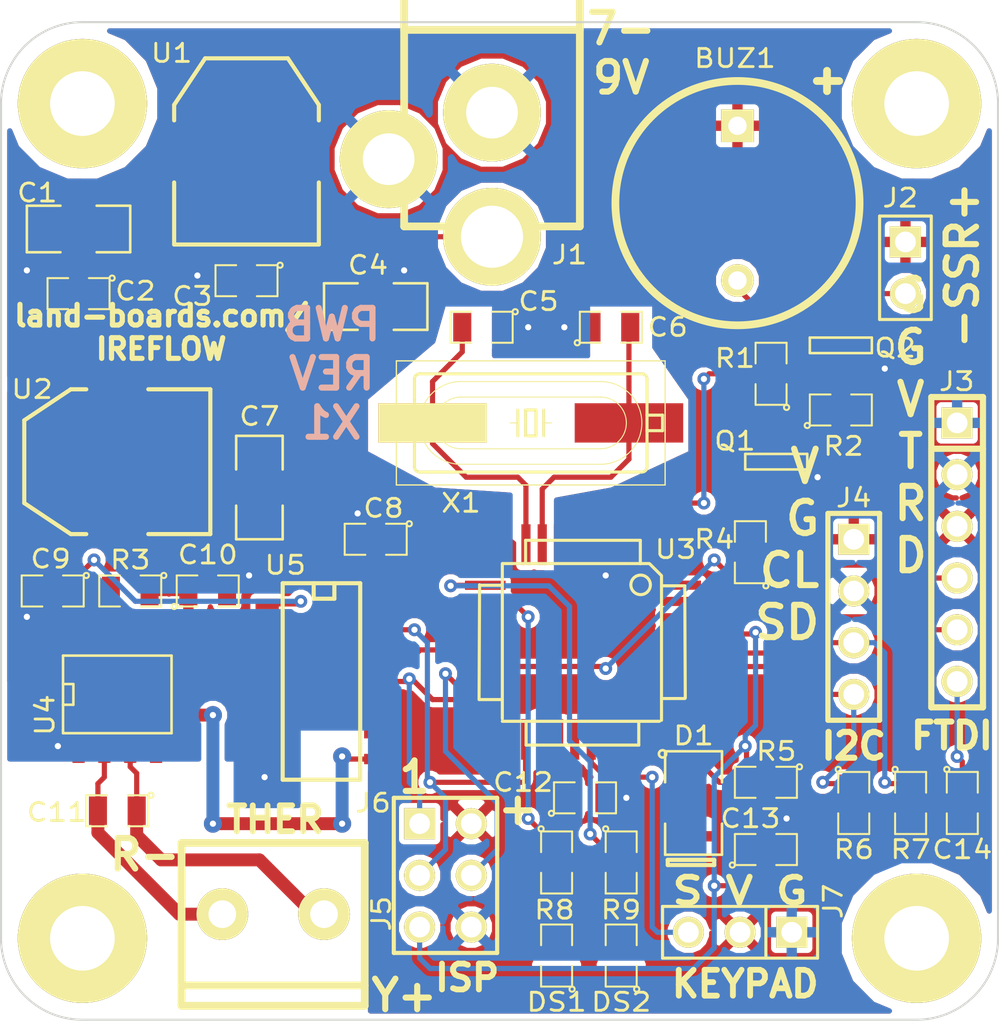
<source format=kicad_pcb>
(kicad_pcb (version 3) (host pcbnew "(2013-07-07 BZR 4022)-stable")
  (layers (15 F.Cu signal hide) (0 B.Cu signal hide) (20 B.SilkS user hide) (21 F.SilkS user) (22 B.Mask user) (23 F.Mask user) (28 Edge.Cuts user))
  (net 0 "")
  (net 1 +5V)
  (net 2 /CPU/BUZZ)
  (net 3 /CPU/CS)
  (net 4 /CPU/DS1)
  (net 5 /CPU/DS2)
  (net 6 /CPU/MISO)
  (net 7 /CPU/MOSI)
  (net 8 /CPU/RESET)
  (net 9 /CPU/RXD)
  (net 10 /CPU/SCK)
  (net 11 /CPU/SCL)
  (net 12 /CPU/SDA)
  (net 13 /CPU/SSR)
  (net 14 /CPU/SW5WAY)
  (net 15 /CPU/TXD)
  (net 16 /CPU/XTAL1)
  (net 17 /CPU/XTAL2)
  (net 18 "/Power Supply/+3.3V")
  (net 19 "/Thermocoupler Amplifier/THERMO+")
  (net 20 "/Thermocoupler Amplifier/THERMO-")
  (net 21 "/Thermocoupler Amplifier/V33COND")
  (net 22 GND)
  (net 23 N-0000016)
  (net 24 N-0000019)
  (net 25 N-0000021)
  (net 26 N-0000022)
  (net 27 N-0000030)
  (net 28 N-0000031)
  (net 29 N-0000033)
  (net 30 N-0000034)
  (net 31 N-0000042)
  (net 32 N-0000044)
  (net 33 N-0000045)
  (net 34 N-0000051)
  (module TQFP32 (layer F.Cu) (at 143.575 110.48 270)
    (fp_text reference U3 (at -4.584 -4.576 360) (layer F.SilkS) (effects (font (size 0.889 1.016) (thickness 0.1397))))
    (fp_text value ATMEGA328-AU hide)
    (pad 8 smd rect (at -4.81584 2.77622 270) (size 1.99898 0.44958) (layers F.Cu F.Mask) (net 17 /CPU/XTAL2))
    (pad 7 smd rect (at -4.81584 1.97612 270) (size 1.99898 0.44958) (layers F.Cu F.Mask) (net 16 /CPU/XTAL1))
    (pad 6 smd rect (at -4.81584 1.17602 270) (size 1.99898 0.44958) (layers F.Cu F.Mask) (net 1 +5V))
    (pad 5 smd rect (at -4.81584 0.37592 270) (size 1.99898 0.44958) (layers F.Cu F.Mask) (net 22 GND))
    (pad 4 smd rect (at -4.81584 -0.42418 270) (size 1.99898 0.44958) (layers F.Cu F.Mask) (net 1 +5V))
    (pad 3 smd rect (at -4.81584 -1.22428 270) (size 1.99898 0.44958) (layers F.Cu F.Mask) (net 22 GND))
    (pad 2 smd rect (at -4.81584 -2.02438 270) (size 1.99898 0.44958) (layers F.Cu F.Mask) (net 13 /CPU/SSR))
    (pad 1 smd rect (at -4.81584 -2.82448 270) (size 1.99898 0.44958) (layers F.Cu F.Mask))
    (pad 24 smd rect (at 4.7498 -2.8194 270) (size 1.99898 0.44958) (layers F.Cu F.Mask))
    (pad 17 smd rect (at 4.7498 2.794 270) (size 1.99898 0.44958) (layers F.Cu F.Mask) (net 10 /CPU/SCK))
    (pad 18 smd rect (at 4.7498 1.9812 270) (size 1.99898 0.44958) (layers F.Cu F.Mask) (net 1 +5V))
    (pad 19 smd rect (at 4.7498 1.1684 270) (size 1.99898 0.44958) (layers F.Cu F.Mask))
    (pad 20 smd rect (at 4.7498 0.381 270) (size 1.99898 0.44958) (layers F.Cu F.Mask))
    (pad 21 smd rect (at 4.7498 -0.4318 270) (size 1.99898 0.44958) (layers F.Cu F.Mask) (net 22 GND))
    (pad 22 smd rect (at 4.7498 -1.2192 270) (size 1.99898 0.44958) (layers F.Cu F.Mask))
    (pad 23 smd rect (at 4.7498 -2.032 270) (size 1.99898 0.44958) (layers F.Cu F.Mask) (net 14 /CPU/SW5WAY))
    (pad 32 smd rect (at -2.82448 -4.826 270) (size 0.44958 1.99898) (layers F.Cu F.Mask))
    (pad 31 smd rect (at -2.02692 -4.826 270) (size 0.44958 1.99898) (layers F.Cu F.Mask) (net 15 /CPU/TXD))
    (pad 30 smd rect (at -1.22428 -4.826 270) (size 0.44958 1.99898) (layers F.Cu F.Mask) (net 9 /CPU/RXD))
    (pad 29 smd rect (at -0.42672 -4.826 270) (size 0.44958 1.99898) (layers F.Cu F.Mask) (net 8 /CPU/RESET))
    (pad 28 smd rect (at 0.37592 -4.826 270) (size 0.44958 1.99898) (layers F.Cu F.Mask) (net 11 /CPU/SCL))
    (pad 27 smd rect (at 1.17348 -4.826 270) (size 0.44958 1.99898) (layers F.Cu F.Mask) (net 12 /CPU/SDA))
    (pad 26 smd rect (at 1.97612 -4.826 270) (size 0.44958 1.99898) (layers F.Cu F.Mask))
    (pad 25 smd rect (at 2.77368 -4.826 270) (size 0.44958 1.99898) (layers F.Cu F.Mask))
    (pad 9 smd rect (at -2.8194 4.7752 270) (size 0.44958 1.99898) (layers F.Cu F.Mask) (net 5 /CPU/DS2))
    (pad 10 smd rect (at -2.032 4.7752 270) (size 0.44958 1.99898) (layers F.Cu F.Mask) (net 4 /CPU/DS1))
    (pad 11 smd rect (at -1.2192 4.7752 270) (size 0.44958 1.99898) (layers F.Cu F.Mask))
    (pad 12 smd rect (at -0.4318 4.7752 270) (size 0.44958 1.99898) (layers F.Cu F.Mask))
    (pad 13 smd rect (at 0.3556 4.7752 270) (size 0.44958 1.99898) (layers F.Cu F.Mask) (net 3 /CPU/CS))
    (pad 14 smd rect (at 1.1684 4.7752 270) (size 0.44958 1.99898) (layers F.Cu F.Mask) (net 2 /CPU/BUZZ))
    (pad 15 smd rect (at 1.9812 4.7752 270) (size 0.44958 1.99898) (layers F.Cu F.Mask) (net 7 /CPU/MOSI))
    (pad 16 smd rect (at 2.794 4.7752 270) (size 0.44958 1.99898) (layers F.Cu F.Mask) (net 6 /CPU/MISO))
  )
  (module SOT23EBC (layer F.Cu) (at 153.1 101.59 180)
    (fp_text reference Q1 (at 2.032 1.016 180) (layer F.SilkS) (effects (font (size 0.889 1.016) (thickness 0.1397))))
    (fp_text value 2N3904 hide)
    (pad 1 smd rect (at -0.889 -1.016 180) (size 0.9144 0.9144) (layers F.Cu F.Mask) (net 22 GND))
    (pad 2 smd rect (at 0.889 -1.016 180) (size 0.9144 0.9144) (layers F.Cu F.Mask) (net 27 N-0000030))
    (pad 3 smd rect (at 0 1.016 180) (size 0.9144 0.9144) (layers F.Cu F.Mask) (net 23 N-0000016))
  )
  (module SOT223 (layer F.Cu) (at 120.715 101.59 90)
    (fp_text reference U2 (at 3.556 -4.191 180) (layer F.SilkS) (effects (font (size 0.889 1.016) (thickness 0.1397))))
    (fp_text value AP1117 hide)
    (pad 4 smd rect (at 0 -3.302 90) (size 3.6576 2.032) (layers F.Cu F.Mask) (net 18 "/Power Supply/+3.3V"))
    (pad 2 smd rect (at 0 3.302 90) (size 1.016 2.032) (layers F.Cu F.Mask) (net 18 "/Power Supply/+3.3V"))
    (pad 3 smd rect (at 2.286 3.302 90) (size 1.016 2.032) (layers F.Cu F.Mask) (net 1 +5V))
    (pad 1 smd rect (at -2.286 3.302 90) (size 1.016 2.032) (layers F.Cu F.Mask) (net 22 GND))
  )
  (module SOT223 (layer F.Cu) (at 127.065 86.35)
    (fp_text reference U1 (at -3.683 -4.826) (layer F.SilkS) (effects (font (size 0.889 1.016) (thickness 0.1397))))
    (fp_text value AP1117-5.0 hide)
    (pad 4 smd rect (at 0 -3.302) (size 3.6576 2.032) (layers F.Cu F.Mask) (net 1 +5V))
    (pad 2 smd rect (at 0 3.302) (size 1.016 2.032) (layers F.Cu F.Mask) (net 1 +5V))
    (pad 3 smd rect (at 2.286 3.302) (size 1.016 2.032) (layers F.Cu F.Mask) (net 34 N-0000051))
    (pad 1 smd rect (at -2.286 3.302) (size 1.016 2.032) (layers F.Cu F.Mask) (net 22 GND))
  )
  (module SM0805 (layer F.Cu) (at 143.702 118.1)
    (fp_text reference C12 (at -3.048 -0.762) (layer F.SilkS) (effects (font (size 0.889 1.016) (thickness 0.1397))))
    (fp_text value 0.1uF hide)
    (pad 1 smd rect (at -0.9525 0) (size 0.889 1.397) (layers F.Cu F.Mask) (net 1 +5V))
    (pad 2 smd rect (at 0.9525 0) (size 0.889 1.397) (layers F.Cu F.Mask) (net 22 GND))
  )
  (module SM0805 (layer F.Cu) (at 138.622 94.986 180)
    (fp_text reference C5 (at -2.794 1.27 180) (layer F.SilkS) (effects (font (size 0.889 1.016) (thickness 0.1397))))
    (fp_text value 18pF hide)
    (pad 1 smd rect (at -0.9525 0 180) (size 0.889 1.397) (layers F.Cu F.Mask) (net 22 GND))
    (pad 2 smd rect (at 0.9525 0 180) (size 0.889 1.397) (layers F.Cu F.Mask) (net 17 /CPU/XTAL2))
  )
  (module SM0805 (layer F.Cu) (at 152.846 97.272 90)
    (fp_text reference R1 (at 0.762 -1.778 180) (layer F.SilkS) (effects (font (size 0.889 1.016) (thickness 0.1397))))
    (fp_text value 100 hide)
    (pad 1 smd rect (at -0.9525 0 90) (size 0.889 1.397) (layers F.Cu F.Mask) (net 23 N-0000016))
    (pad 2 smd rect (at 0.9525 0 90) (size 0.889 1.397) (layers F.Cu F.Mask) (net 28 N-0000031))
  )
  (module SM0805 (layer F.Cu) (at 144.972 94.986)
    (fp_text reference C6 (at 2.794 0) (layer F.SilkS) (effects (font (size 0.889 1.016) (thickness 0.1397))))
    (fp_text value 18pF hide)
    (pad 1 smd rect (at -0.9525 0) (size 0.889 1.397) (layers F.Cu F.Mask) (net 22 GND))
    (pad 2 smd rect (at 0.9525 0) (size 0.889 1.397) (layers F.Cu F.Mask) (net 16 /CPU/XTAL1))
  )
  (module SM0805 (layer F.Cu) (at 127.065 92.7 180)
    (fp_text reference C3 (at 2.667 -0.762 180) (layer F.SilkS) (effects (font (size 0.889 1.016) (thickness 0.1397))))
    (fp_text value 0.1uF hide)
    (pad 1 smd rect (at -0.9525 0 180) (size 0.889 1.397) (layers F.Cu F.Mask) (net 34 N-0000051))
    (pad 2 smd rect (at 0.9525 0 180) (size 0.889 1.397) (layers F.Cu F.Mask) (net 22 GND))
  )
  (module SM0805 (layer F.Cu) (at 118.81 93.335 180)
    (fp_text reference C2 (at -2.794 0.127 180) (layer F.SilkS) (effects (font (size 0.889 1.016) (thickness 0.1397))))
    (fp_text value 0.1uF hide)
    (pad 1 smd rect (at -0.9525 0 180) (size 0.889 1.397) (layers F.Cu F.Mask) (net 1 +5V))
    (pad 2 smd rect (at 0.9525 0 180) (size 0.889 1.397) (layers F.Cu F.Mask) (net 22 GND))
  )
  (module SM0805 (layer F.Cu) (at 125.16 107.94)
    (fp_text reference C10 (at 0 -1.778) (layer F.SilkS) (effects (font (size 0.889 1.016) (thickness 0.1397))))
    (fp_text value 0.1uF hide)
    (pad 1 smd rect (at -0.9525 0) (size 0.889 1.397) (layers F.Cu F.Mask) (net 18 "/Power Supply/+3.3V"))
    (pad 2 smd rect (at 0.9525 0) (size 0.889 1.397) (layers F.Cu F.Mask) (net 22 GND))
  )
  (module SM0805 (layer F.Cu) (at 145.48 121.275 270)
    (fp_text reference R9 (at 2.334 0.012 360) (layer F.SilkS) (effects (font (size 0.889 1.016) (thickness 0.1397))))
    (fp_text value 330 hide)
    (pad 1 smd rect (at -0.9525 0 270) (size 0.889 1.397) (layers F.Cu F.Mask) (net 5 /CPU/DS2))
    (pad 2 smd rect (at 0.9525 0 270) (size 0.889 1.397) (layers F.Cu F.Mask) (net 30 N-0000034))
  )
  (module SM0805 (layer F.Cu) (at 152.592 117.338 180)
    (fp_text reference R5 (at -0.508 1.524 180) (layer F.SilkS) (effects (font (size 0.889 1.016) (thickness 0.1397))))
    (fp_text value 10K hide)
    (pad 1 smd rect (at -0.9525 0 180) (size 0.889 1.397) (layers F.Cu F.Mask) (net 1 +5V))
    (pad 2 smd rect (at 0.9525 0 180) (size 0.889 1.397) (layers F.Cu F.Mask) (net 8 /CPU/RESET))
  )
  (module SM0805 (layer F.Cu) (at 133.415 105.4 180)
    (fp_text reference C8 (at -0.381 1.524 180) (layer F.SilkS) (effects (font (size 0.889 1.016) (thickness 0.1397))))
    (fp_text value 0.1uF hide)
    (pad 1 smd rect (at -0.9525 0 180) (size 0.889 1.397) (layers F.Cu F.Mask) (net 1 +5V))
    (pad 2 smd rect (at 0.9525 0 180) (size 0.889 1.397) (layers F.Cu F.Mask) (net 22 GND))
  )
  (module SM0805 (layer F.Cu) (at 152.592 120.64)
    (fp_text reference C13 (at -0.762 -1.524) (layer F.SilkS) (effects (font (size 0.889 1.016) (thickness 0.1397))))
    (fp_text value 0.1uF hide)
    (pad 1 smd rect (at -0.9525 0) (size 0.889 1.397) (layers F.Cu F.Mask) (net 1 +5V))
    (pad 2 smd rect (at 0.9525 0) (size 0.889 1.397) (layers F.Cu F.Mask) (net 22 GND))
  )
  (module SM0805 (layer F.Cu) (at 142.305 125.847 90)
    (fp_text reference DS1 (at -2.286 0 180) (layer F.SilkS) (effects (font (size 0.889 1.016) (thickness 0.1397))))
    (fp_text value LED hide)
    (pad 1 smd rect (at -0.9525 0 90) (size 0.889 1.397) (layers F.Cu F.Mask) (net 1 +5V))
    (pad 2 smd rect (at 0.9525 0 90) (size 0.889 1.397) (layers F.Cu F.Mask) (net 29 N-0000033))
  )
  (module SM0805 (layer F.Cu) (at 142.305 121.275 270)
    (fp_text reference R8 (at 2.334 0.108 360) (layer F.SilkS) (effects (font (size 0.889 1.016) (thickness 0.1397))))
    (fp_text value 330 hide)
    (pad 1 smd rect (at -0.9525 0 270) (size 0.889 1.397) (layers F.Cu F.Mask) (net 4 /CPU/DS1))
    (pad 2 smd rect (at 0.9525 0 270) (size 0.889 1.397) (layers F.Cu F.Mask) (net 29 N-0000033))
  )
  (module SM0805 (layer F.Cu) (at 151.83 106.035 90)
    (fp_text reference R4 (at 0.635 -1.778 180) (layer F.SilkS) (effects (font (size 0.889 1.016) (thickness 0.1397))))
    (fp_text value 10K hide)
    (pad 1 smd rect (at -0.9525 0 90) (size 0.889 1.397) (layers F.Cu F.Mask) (net 2 /CPU/BUZZ))
    (pad 2 smd rect (at 0.9525 0 90) (size 0.889 1.397) (layers F.Cu F.Mask) (net 27 N-0000030))
  )
  (module PIEZO_12MM (layer F.Cu) (at 151.195 88.89 270)
    (fp_text reference BUZ1 (at -7.112 0.127 360) (layer F.SilkS) (effects (font (size 0.889 1.016) (thickness 0.1397))))
    (fp_text value BUZZER hide)
    (pad 1 thru_hole rect (at -3.8 0 270) (size 1.6 1.6) (drill 0.9) (layers *.Cu *.Mask F.SilkS) (net 1 +5V))
    (pad 2 thru_hole circle (at 3.8 0 270) (size 1.6 1.6) (drill 0.9) (layers *.Cu *.Mask F.SilkS) (net 28 N-0000031))
  )
  (module MTG-4-40 (layer F.Cu) (at 119 84)
    (fp_text reference MTG4 hide)
    (fp_text value CONN_1 hide)
    (pad 1 thru_hole circle (at 0 0) (size 6.35 6.35) (drill 3.175) (layers *.Cu *.Mask F.SilkS) (clearance 0.508))
  )
  (module MTG-4-40 (layer F.Cu) (at 160 84)
    (fp_text reference MTG3 hide)
    (fp_text value CONN_1 hide)
    (pad 1 thru_hole circle (at 0 0) (size 6.35 6.35) (drill 3.175) (layers *.Cu *.Mask F.SilkS) (clearance 0.508))
  )
  (module MTG-4-40 (layer F.Cu) (at 119 125)
    (fp_text reference MTG2 hide)
    (fp_text value CONN_1 hide)
    (pad 1 thru_hole circle (at 0 0) (size 6.35 6.35) (drill 3.175) (layers *.Cu *.Mask F.SilkS) (clearance 0.508))
  )
  (module MTG-4-40 (layer F.Cu) (at 160 125)
    (fp_text reference MTG1 hide)
    (fp_text value CONN_1 hide)
    (pad 1 thru_hole circle (at 0 0) (size 6.35 6.35) (drill 3.175) (layers *.Cu *.Mask F.SilkS) (clearance 0.508))
  )
  (module crystal-HC49UP (layer F.Cu) (at 141.035 99.685)
    (fp_text reference X1 (at -3.429 3.937) (layer F.SilkS) (effects (font (size 0.889 1.016) (thickness 0.1397))))
    (fp_text value 16.0MHz hide)
    (pad 1 smd rect (at -4.826 0) (size 5.334 1.9304) (layers F.Cu F.SilkS F.Mask) (net 17 /CPU/XTAL2))
    (pad 2 smd rect (at 4.826 0) (size 5.334 1.9304) (layers F.Cu F.Mask) (net 16 /CPU/XTAL1))
  )
  (module SM0805 (layer F.Cu) (at 120.715 118.735 180)
    (fp_text reference C11 (at 2.9718 -0.0762 180) (layer F.SilkS) (effects (font (size 0.889 1.016) (thickness 0.1397))))
    (fp_text value 0.01uF hide)
    (pad 1 smd rect (at -0.9525 0 180) (size 0.889 1.397) (layers F.Cu F.Mask) (net 19 "/Thermocoupler Amplifier/THERMO+"))
    (pad 2 smd rect (at 0.9525 0 180) (size 0.889 1.397) (layers F.Cu F.Mask) (net 20 "/Thermocoupler Amplifier/THERMO-"))
  )
  (module SM0805 (layer F.Cu) (at 117.54 107.94 180)
    (fp_text reference C9 (at 0.1016 1.5748 180) (layer F.SilkS) (effects (font (size 0.889 1.016) (thickness 0.1397))))
    (fp_text value 0.1uF hide)
    (pad 1 smd rect (at -0.9525 0 180) (size 0.889 1.397) (layers F.Cu F.Mask) (net 21 "/Thermocoupler Amplifier/V33COND"))
    (pad 2 smd rect (at 0.9525 0 180) (size 0.889 1.397) (layers F.Cu F.Mask) (net 22 GND))
  )
  (module SM0805 (layer F.Cu) (at 121.35 107.94 180)
    (fp_text reference R3 (at 0 1.524 180) (layer F.SilkS) (effects (font (size 0.889 1.016) (thickness 0.1397))))
    (fp_text value 10 hide)
    (pad 1 smd rect (at -0.9525 0 180) (size 0.889 1.397) (layers F.Cu F.Mask) (net 18 "/Power Supply/+3.3V"))
    (pad 2 smd rect (at 0.9525 0 180) (size 0.889 1.397) (layers F.Cu F.Mask) (net 21 "/Thermocoupler Amplifier/V33COND"))
  )
  (module TB2-5MM (layer F.Cu) (at 130.875 123.815 180)
    (fp_text reference J5 (at -2.8194 0.0254 270) (layer F.SilkS) (effects (font (size 0.889 1.016) (thickness 0.1397))))
    (fp_text value CONN_2 hide)
    (pad 1 thru_hole circle (at 0 0 180) (size 2.54 2.54) (drill 1.3589) (layers *.Cu *.Mask F.SilkS) (net 19 "/Thermocoupler Amplifier/THERMO+"))
    (pad 2 thru_hole circle (at 5 0 180) (size 2.54 2.54) (drill 1.3589) (layers *.Cu *.Mask F.SilkS) (net 20 "/Thermocoupler Amplifier/THERMO-"))
  )
  (module PIN_ARRAY_3X1 (layer F.Cu) (at 151.322 124.704 180)
    (fp_text reference J7 (at -4.572 1.524 270) (layer F.SilkS) (effects (font (size 0.889 1.016) (thickness 0.1397))))
    (fp_text value GVS hide)
    (pad 1 thru_hole rect (at -2.54 0 180) (size 1.524 1.524) (drill 1.016) (layers *.Cu *.Mask F.SilkS) (net 22 GND))
    (pad 2 thru_hole circle (at 0 0 180) (size 1.524 1.524) (drill 1.016) (layers *.Cu *.Mask F.SilkS) (net 1 +5V))
    (pad 3 thru_hole circle (at 2.54 0 180) (size 1.524 1.524) (drill 1.016) (layers *.Cu *.Mask F.SilkS) (net 14 /CPU/SW5WAY))
  )
  (module JACK_2.1MM (layer F.Cu) (at 139.13 84.445 270)
    (fp_text reference J1 (at 6.985 -3.81 360) (layer F.SilkS) (effects (font (size 0.889 1.016) (thickness 0.1397))))
    (fp_text value DCJ0202 hide)
    (pad 2 thru_hole circle (at 0 0 270) (size 4.8006 4.8006) (drill 2.54) (layers *.Cu *.Mask F.SilkS) (net 22 GND))
    (pad 1 thru_hole circle (at 6.096 0 270) (size 4.8006 4.8006) (drill 3.048) (layers *.Cu *.Mask F.SilkS) (net 34 N-0000051))
    (pad 3 thru_hole circle (at 2.286 5.08 270) (size 4.8006 4.8006) (drill 2.54) (layers *.Cu *.Mask F.SilkS) (net 22 GND))
  )
  (module SM1206 (layer F.Cu) (at 133.415 93.97)
    (fp_text reference C4 (at -0.381 -2.032) (layer F.SilkS) (effects (font (size 0.889 1.016) (thickness 0.1397))))
    (fp_text value 10uF hide)
    (pad 1 smd rect (at -1.651 0) (size 1.524 2.032) (layers F.Cu F.Mask) (net 34 N-0000051))
    (pad 2 smd rect (at 1.651 0) (size 1.524 2.032) (layers F.Cu F.Mask) (net 22 GND))
  )
  (module SM1206 (layer F.Cu) (at 118.81 90.16 180)
    (fp_text reference C1 (at 2.032 1.778 180) (layer F.SilkS) (effects (font (size 0.889 1.016) (thickness 0.1397))))
    (fp_text value 10uF hide)
    (pad 1 smd rect (at -1.651 0 180) (size 1.524 2.032) (layers F.Cu F.Mask) (net 1 +5V))
    (pad 2 smd rect (at 1.651 0 180) (size 1.524 2.032) (layers F.Cu F.Mask) (net 22 GND))
  )
  (module SM1206 (layer F.Cu) (at 127.7 102.86 270)
    (fp_text reference C7 (at -3.5 0 360) (layer F.SilkS) (effects (font (size 0.889 1.016) (thickness 0.1397))))
    (fp_text value 10uF hide)
    (pad 1 smd rect (at -1.651 0 270) (size 1.524 2.032) (layers F.Cu F.Mask) (net 18 "/Power Supply/+3.3V"))
    (pad 2 smd rect (at 1.651 0 270) (size 1.524 2.032) (layers F.Cu F.Mask) (net 22 GND))
  )
  (module SO8E (layer F.Cu) (at 120.715 113.02)
    (fp_text reference U4 (at -3.556 1.016 90) (layer F.SilkS) (effects (font (size 0.889 1.016) (thickness 0.1397))))
    (fp_text value MAX31855 hide)
    (pad 8 smd rect (at -1.905 -2.667) (size 0.59944 1.39954) (layers F.Cu F.Mask))
    (pad 1 smd rect (at -1.905 2.667) (size 0.59944 1.39954) (layers F.Cu F.Mask) (net 22 GND))
    (pad 7 smd rect (at -0.635 -2.667) (size 0.59944 1.39954) (layers F.Cu F.Mask) (net 33 N-0000045))
    (pad 6 smd rect (at 0.635 -2.667) (size 0.59944 1.39954) (layers F.Cu F.Mask) (net 32 N-0000044))
    (pad 5 smd rect (at 1.905 -2.667) (size 0.59944 1.39954) (layers F.Cu F.Mask) (net 31 N-0000042))
    (pad 2 smd rect (at -0.635 2.667) (size 0.59944 1.39954) (layers F.Cu F.Mask) (net 20 "/Thermocoupler Amplifier/THERMO-"))
    (pad 3 smd rect (at 0.635 2.667) (size 0.59944 1.39954) (layers F.Cu F.Mask) (net 19 "/Thermocoupler Amplifier/THERMO+"))
    (pad 4 smd rect (at 1.905 2.667) (size 0.59944 1.39954) (layers F.Cu F.Mask) (net 21 "/Thermocoupler Amplifier/V33COND"))
  )
  (module SOT23EBC (layer F.Cu) (at 156.275 95.875 180)
    (fp_text reference Q2 (at -2.667 -0.127 180) (layer F.SilkS) (effects (font (size 0.889 1.016) (thickness 0.1397))))
    (fp_text value 2N3904 hide)
    (pad 1 smd rect (at -0.889 -1.016 180) (size 0.9144 0.9144) (layers F.Cu F.Mask) (net 22 GND))
    (pad 2 smd rect (at 0.889 -1.016 180) (size 0.9144 0.9144) (layers F.Cu F.Mask) (net 26 N-0000022))
    (pad 3 smd rect (at 0 1.016 180) (size 0.9144 0.9144) (layers F.Cu F.Mask) (net 25 N-0000021))
  )
  (module SM0805 (layer F.Cu) (at 156.275 99.05)
    (fp_text reference R2 (at 0.127 1.778) (layer F.SilkS) (effects (font (size 0.889 1.016) (thickness 0.1397))))
    (fp_text value 10K hide)
    (pad 1 smd rect (at -0.9525 0) (size 0.889 1.397) (layers F.Cu F.Mask) (net 13 /CPU/SSR))
    (pad 2 smd rect (at 0.9525 0) (size 0.889 1.397) (layers F.Cu F.Mask) (net 26 N-0000022))
  )
  (module PIN_ARRAY_2X1 (layer F.Cu) (at 159.45 92.065 270)
    (fp_text reference J2 (at -3.429 0.254 360) (layer F.SilkS) (effects (font (size 0.889 1.016) (thickness 0.1397))))
    (fp_text value CONN_2 hide)
    (pad 1 thru_hole rect (at -1.27 0 270) (size 1.524 1.524) (drill 1.016) (layers *.Cu *.Mask F.SilkS) (net 1 +5V))
    (pad 2 thru_hole circle (at 1.27 0 270) (size 1.524 1.524) (drill 1.016) (layers *.Cu *.Mask F.SilkS) (net 25 N-0000021))
  )
  (module PIN_ARRAY_3X2 (layer F.Cu) (at 136.844 121.91 270)
    (fp_text reference J6 (at -3.556 3.556 360) (layer F.SilkS) (effects (font (size 0.889 1.016) (thickness 0.1397))))
    (fp_text value ISP hide)
    (pad 1 thru_hole rect (at -2.54 1.27 270) (size 1.524 1.524) (drill 1.016) (layers *.Cu *.Mask F.SilkS) (net 6 /CPU/MISO))
    (pad 2 thru_hole circle (at -2.54 -1.27 270) (size 1.524 1.524) (drill 1.016) (layers *.Cu *.Mask F.SilkS) (net 1 +5V))
    (pad 3 thru_hole circle (at 0 1.27 270) (size 1.524 1.524) (drill 1.016) (layers *.Cu *.Mask F.SilkS) (net 10 /CPU/SCK))
    (pad 4 thru_hole circle (at 0 -1.27 270) (size 1.524 1.524) (drill 1.016) (layers *.Cu *.Mask F.SilkS) (net 7 /CPU/MOSI))
    (pad 5 thru_hole circle (at 2.54 1.27 270) (size 1.524 1.524) (drill 1.016) (layers *.Cu *.Mask F.SilkS) (net 8 /CPU/RESET))
    (pad 6 thru_hole circle (at 2.54 -1.27 270) (size 1.524 1.524) (drill 1.016) (layers *.Cu *.Mask F.SilkS) (net 22 GND))
  )
  (module PIN_ARRAY_4X1 (layer F.Cu) (at 156.91 109.21 270)
    (fp_text reference J4 (at -5.842 0 360) (layer F.SilkS) (effects (font (size 0.889 1.016) (thickness 0.1397))))
    (fp_text value I2C_OLED_128X64 hide)
    (pad 1 thru_hole rect (at -3.81 0 270) (size 1.524 1.524) (drill 1.016) (layers *.Cu *.Mask F.SilkS) (net 1 +5V))
    (pad 2 thru_hole circle (at -1.27 0 270) (size 1.524 1.524) (drill 1.016) (layers *.Cu *.Mask F.SilkS) (net 22 GND))
    (pad 3 thru_hole circle (at 1.27 0 270) (size 1.524 1.524) (drill 1.016) (layers *.Cu *.Mask F.SilkS) (net 11 /CPU/SCL))
    (pad 4 thru_hole circle (at 3.81 0 270) (size 1.524 1.524) (drill 1.016) (layers *.Cu *.Mask F.SilkS) (net 12 /CPU/SDA))
  )
  (module PIN_ARRAY_6X1 (layer F.Cu) (at 161.99 106.035 270)
    (fp_text reference J3 (at -8.386 0.018 360) (layer F.SilkS) (effects (font (size 0.889 1.016) (thickness 0.1397))))
    (fp_text value FTDI hide)
    (pad 1 thru_hole rect (at -6.35 0 270) (size 1.524 1.524) (drill 1.016) (layers *.Cu *.Mask F.SilkS) (net 22 GND))
    (pad 2 thru_hole circle (at -3.81 0 270) (size 1.524 1.524) (drill 1.016) (layers *.Cu *.Mask F.SilkS) (net 22 GND))
    (pad 3 thru_hole circle (at -1.27 0 270) (size 1.524 1.524) (drill 1.016) (layers *.Cu *.Mask F.SilkS) (net 1 +5V))
    (pad 4 thru_hole circle (at 1.27 0 270) (size 1.524 1.524) (drill 1.016) (layers *.Cu *.Mask F.SilkS) (net 15 /CPU/TXD))
    (pad 5 thru_hole circle (at 3.81 0 270) (size 1.524 1.524) (drill 1.016) (layers *.Cu *.Mask F.SilkS) (net 9 /CPU/RXD))
    (pad 6 thru_hole circle (at 6.35 0 270) (size 1.524 1.524) (drill 1.016) (layers *.Cu *.Mask F.SilkS) (net 24 N-0000019))
  )
  (module SO14E (layer F.Cu) (at 130.875 112.385 270)
    (fp_text reference U5 (at -5.715 1.905 360) (layer F.SilkS) (effects (font (size 0.889 1.016) (thickness 0.1397))))
    (fp_text value TXS0104 hide)
    (pad 1 smd rect (at -3.81 2.794 270) (size 0.508 1.143) (layers F.Cu F.Mask) (net 21 "/Thermocoupler Amplifier/V33COND"))
    (pad 2 smd rect (at -2.54 2.794 270) (size 0.508 1.143) (layers F.Cu F.Mask) (net 31 N-0000042))
    (pad 3 smd rect (at -1.27 2.794 270) (size 0.508 1.143) (layers F.Cu F.Mask) (net 32 N-0000044))
    (pad 4 smd rect (at 0 2.794 270) (size 0.508 1.143) (layers F.Cu F.Mask) (net 33 N-0000045))
    (pad 5 smd rect (at 1.27 2.794 270) (size 0.508 1.143) (layers F.Cu F.Mask))
    (pad 6 smd rect (at 2.54 2.794 270) (size 0.508 1.143) (layers F.Cu F.Mask))
    (pad 7 smd rect (at 3.81 2.794 270) (size 0.508 1.143) (layers F.Cu F.Mask) (net 22 GND))
    (pad 8 smd rect (at 3.81 -2.54 270) (size 0.508 1.143) (layers F.Cu F.Mask) (net 21 "/Thermocoupler Amplifier/V33COND"))
    (pad 9 smd rect (at 2.54 -2.54 270) (size 0.508 1.143) (layers F.Cu F.Mask))
    (pad 10 smd rect (at 1.27 -2.54 270) (size 0.508 1.143) (layers F.Cu F.Mask))
    (pad 11 smd rect (at 0 -2.54 270) (size 0.508 1.143) (layers F.Cu F.Mask) (net 6 /CPU/MISO))
    (pad 12 smd rect (at -1.27 -2.54 270) (size 0.508 1.143) (layers F.Cu F.Mask) (net 3 /CPU/CS))
    (pad 13 smd rect (at -2.54 -2.54 270) (size 0.508 1.143) (layers F.Cu F.Mask) (net 10 /CPU/SCK))
    (pad 14 smd rect (at -3.81 -2.54 270) (size 0.508 1.143) (layers F.Cu F.Mask) (net 1 +5V))
  )
  (module SM0805 (layer F.Cu) (at 159.704 118.354 270)
    (fp_text reference R7 (at 2.286 0 360) (layer F.SilkS) (effects (font (size 0.889 1.016) (thickness 0.1397))))
    (fp_text value 10K hide)
    (pad 1 smd rect (at -0.9525 0 270) (size 0.889 1.397) (layers F.Cu F.Mask) (net 11 /CPU/SCL))
    (pad 2 smd rect (at 0.9525 0 270) (size 0.889 1.397) (layers F.Cu F.Mask) (net 1 +5V))
  )
  (module SM0805 (layer F.Cu) (at 156.91 118.354 270)
    (fp_text reference R6 (at 2.286 0 360) (layer F.SilkS) (effects (font (size 0.889 1.016) (thickness 0.1397))))
    (fp_text value 10K hide)
    (pad 1 smd rect (at -0.9525 0 270) (size 0.889 1.397) (layers F.Cu F.Mask) (net 12 /CPU/SDA))
    (pad 2 smd rect (at 0.9525 0 270) (size 0.889 1.397) (layers F.Cu F.Mask) (net 1 +5V))
  )
  (module SOD-123 (layer F.Cu) (at 149.036 118.354 270)
    (fp_text reference D1 (at -3.302 0 360) (layer F.SilkS) (effects (font (size 0.889 1.016) (thickness 0.1397))))
    (fp_text value MBR0520LT1G hide)
    (pad 1 smd rect (at -1.63576 0 270) (size 0.90932 1.2192) (layers F.Cu F.Mask) (net 8 /CPU/RESET))
    (pad 2 smd rect (at 1.63576 0 270) (size 0.90932 1.2192) (layers F.Cu F.Mask) (net 1 +5V))
  )
  (module SM0805 (layer F.Cu) (at 162.244 118.354 270)
    (fp_text reference C14 (at 2.286 0 360) (layer F.SilkS) (effects (font (size 0.889 1.016) (thickness 0.1397))))
    (fp_text value 0.1uF hide)
    (pad 1 smd rect (at -0.9525 0 270) (size 0.889 1.397) (layers F.Cu F.Mask) (net 24 N-0000019))
    (pad 2 smd rect (at 0.9525 0 270) (size 0.889 1.397) (layers F.Cu F.Mask) (net 8 /CPU/RESET))
  )
  (module SM0805 (layer F.Cu) (at 145.48 125.847 90)
    (fp_text reference DS2 (at -2.286 0 180) (layer F.SilkS) (effects (font (size 0.889 1.016) (thickness 0.1397))))
    (fp_text value LED hide)
    (pad 1 smd rect (at -0.9525 0 90) (size 0.889 1.397) (layers F.Cu F.Mask) (net 1 +5V))
    (pad 2 smd rect (at 0.9525 0 90) (size 0.889 1.397) (layers F.Cu F.Mask) (net 30 N-0000034))
  )
  (gr_text THER (at 128.462 119.1668) (layer F.SilkS) (effects (font (size 1.27 1.27) (thickness 0.28575))))
  (gr_line (start 150.052 121.402) (end 150.052 121.148) (angle 90) (layer F.SilkS) (width 0.2))
  (gr_line (start 147.766 121.402) (end 150.052 121.402) (angle 90) (layer F.SilkS) (width 0.2))
  (gr_line (start 147.766 121.148) (end 147.766 121.402) (angle 90) (layer F.SilkS) (width 0.2))
  (gr_line (start 150.052 121.148) (end 147.766 121.148) (angle 90) (layer F.SilkS) (width 0.2))
  (gr_line (start 147.766 121.148) (end 150.052 121.148) (angle 90) (layer F.SilkS) (width 0.2))
  (gr_text + (at 140.4 118.608) (layer F.SilkS) (effects (font (size 1.5 1.5) (thickness 0.3))))
  (gr_text "S V G" (at 151.322 122.672) (layer F.SilkS) (effects (font (size 1.27 1.524) (thickness 0.28575))))
  (gr_text "V\nG\nCL\nSD" (at 155.386 105.654) (layer F.SilkS) (effects (font (size 1.5875 1.5875) (thickness 0.3)) (justify right)))
  (gr_text "PWB\nREV\nX1" (at 131.256 97.272) (layer B.SilkS) (effects (font (size 1.5 1.5) (thickness 0.3)) (justify mirror)))
  (gr_text 1 (at 135.32 117.084) (layer F.SilkS) (effects (font (size 1.5 1.5) (thickness 0.3))))
  (gr_text ISP (at 137.9108 126.9392) (layer F.SilkS) (effects (font (size 1.27 1.27) (thickness 0.28575))))
  (gr_text KEYPAD (at 151.576 127.244) (layer F.SilkS) (effects (font (size 1.27 1.27) (thickness 0.28575))))
  (gr_text -SSR+ (at 162.244 91.938 90) (layer F.SilkS) (effects (font (size 1.5 1.5) (thickness 0.3))))
  (gr_text "7-\n9V" (at 145.48 81.524) (layer F.SilkS) (effects (font (size 1.5 1.5) (thickness 0.3))))
  (gr_text "land-boards.com/\nIREFLOW" (at 122.874 95.24) (layer F.SilkS) (effects (font (size 1.016 1.016) (thickness 0.254))))
  (gr_text FTDI (at 161.736 115.052) (layer F.SilkS) (effects (font (size 1.27 1.27) (thickness 0.3))))
  (gr_text I2C (at 156.91 115.56) (layer F.SilkS) (effects (font (size 1.27 1.27) (thickness 0.3))))
  (gr_text R- (at 122.0612 120.894) (layer F.SilkS) (effects (font (size 1.5 1.5) (thickness 0.3))))
  (gr_text Y+ (at 134.812 127.8028) (layer F.SilkS) (effects (font (size 1.5 1.5) (thickness 0.3))))
  (gr_text "G\nG\nV\nT\nR\nD" (at 159.704 99.812) (layer F.SilkS) (effects (font (size 1.5875 1.5) (thickness 0.3))))
  (gr_line (start 164 125) (end 164 84) (angle 90) (layer Edge.Cuts) (width 0.1))
  (gr_line (start 160 129) (end 119 129) (angle 90) (layer Edge.Cuts) (width 0.1))
  (gr_line (start 115 125) (end 115 84) (angle 90) (layer Edge.Cuts) (width 0.1))
  (gr_arc (start 119 125) (end 119 129) (angle 90) (layer Edge.Cuts) (width 0.1))
  (gr_line (start 160 80) (end 119 80) (angle 90) (layer Edge.Cuts) (width 0.1))
  (gr_arc (start 160 125) (end 164 125) (angle 90) (layer Edge.Cuts) (width 0.1))
  (gr_arc (start 160 84) (end 160 80) (angle 90) (layer Edge.Cuts) (width 0.1))
  (gr_arc (start 119 84) (end 115 84) (angle 90) (layer Edge.Cuts) (width 0.1))
  (segment (start 144.718 111.75) (end 150.052 106.416) (width 0.254) (layer B.Cu) (net 2))
  (segment (start 138.7998 111.6484) (end 144.6164 111.6484) (width 0.254) (layer F.Cu) (net 2))
  (via (at 144.718 111.75) (size 0.635) (layers F.Cu B.Cu) (net 2))
  (segment (start 144.6164 111.6484) (end 144.718 111.75) (width 0.254) (layer F.Cu) (net 2))
  (segment (start 150.6235 106.9875) (end 150.052 106.416) (width 0.254) (layer F.Cu) (net 2))
  (via (at 150.052 106.416) (size 0.635) (layers F.Cu B.Cu) (net 2))
  (segment (start 151.83 106.9875) (end 150.6235 106.9875) (width 0.254) (layer F.Cu) (net 2))
  (segment (start 133.415 111.115) (end 135.32 111.115) (width 0.254) (layer F.Cu) (net 3))
  (segment (start 135.5994 110.8356) (end 138.7998 110.8356) (width 0.254) (layer F.Cu) (net 3))
  (segment (start 135.32 111.115) (end 135.5994 110.8356) (width 0.254) (layer F.Cu) (net 3))
  (segment (start 138.7998 108.448) (end 140.146 108.448) (width 0.254) (layer F.Cu) (net 4))
  (via (at 140.908 109.21) (size 0.635) (layers F.Cu B.Cu) (net 4))
  (segment (start 140.146 108.448) (end 140.908 109.21) (width 0.254) (layer F.Cu) (net 4))
  (segment (start 142.1145 120.3225) (end 142.305 120.3225) (width 0.254) (layer F.Cu) (net 4))
  (segment (start 140.908 119.116) (end 142.1145 120.3225) (width 0.254) (layer F.Cu) (net 4))
  (via (at 140.908 119.116) (size 0.635) (layers F.Cu B.Cu) (net 4))
  (segment (start 140.908 109.21) (end 140.908 119.116) (width 0.254) (layer B.Cu) (net 4))
  (segment (start 143.956 119.878) (end 143.956 116.322) (width 0.254) (layer B.Cu) (net 5))
  (segment (start 141.924 107.686) (end 137.098 107.686) (width 0.254) (layer B.Cu) (net 5))
  (segment (start 142.94 108.702) (end 141.924 107.686) (width 0.254) (layer B.Cu) (net 5))
  (segment (start 142.94 115.306) (end 142.94 108.702) (width 0.254) (layer B.Cu) (net 5))
  (segment (start 143.956 116.322) (end 142.94 115.306) (width 0.254) (layer B.Cu) (net 5))
  (segment (start 138.7998 107.6606) (end 137.1234 107.6606) (width 0.254) (layer F.Cu) (net 5))
  (via (at 137.098 107.686) (size 0.635) (layers F.Cu B.Cu) (net 5))
  (segment (start 137.1234 107.6606) (end 137.098 107.686) (width 0.254) (layer F.Cu) (net 5))
  (segment (start 145.48 120.3225) (end 144.4005 120.3225) (width 0.254) (layer F.Cu) (net 5))
  (via (at 143.956 119.878) (size 0.635) (layers F.Cu B.Cu) (net 5))
  (segment (start 144.4005 120.3225) (end 143.956 119.878) (width 0.254) (layer F.Cu) (net 5))
  (segment (start 135.574 119.37) (end 135.574 117.846) (width 0.254) (layer B.Cu) (net 6))
  (segment (start 135.066 117.338) (end 135.066 112.258) (width 0.254) (layer B.Cu) (net 6))
  (segment (start 135.574 117.846) (end 135.066 117.338) (width 0.254) (layer B.Cu) (net 6))
  (segment (start 135.066 112.258) (end 135.066 112.385) (width 0.254) (layer F.Cu) (net 6))
  (via (at 135.066 112.258) (size 0.635) (layers F.Cu B.Cu) (net 6))
  (segment (start 133.415 112.385) (end 135.066 112.385) (width 0.254) (layer F.Cu) (net 6))
  (segment (start 135.066 112.385) (end 135.32 112.385) (width 0.254) (layer F.Cu) (net 6))
  (segment (start 135.32 112.385) (end 136.209 113.274) (width 0.254) (layer F.Cu) (net 6))
  (segment (start 136.209 113.274) (end 138.7998 113.274) (width 0.254) (layer F.Cu) (net 6))
  (segment (start 136.844 112.004) (end 136.844 115.814) (width 0.254) (layer B.Cu) (net 7))
  (segment (start 139.384 120.64) (end 138.114 121.91) (width 0.254) (layer B.Cu) (net 7))
  (segment (start 139.384 118.354) (end 139.384 120.64) (width 0.254) (layer B.Cu) (net 7))
  (segment (start 136.844 115.814) (end 139.384 118.354) (width 0.254) (layer B.Cu) (net 7))
  (segment (start 138.7998 112.4612) (end 137.3012 112.4612) (width 0.254) (layer F.Cu) (net 7))
  (via (at 136.844 112.004) (size 0.635) (layers F.Cu B.Cu) (net 7))
  (segment (start 137.3012 112.4612) (end 136.844 112.004) (width 0.254) (layer F.Cu) (net 7))
  (segment (start 162.244 119.3065) (end 162.244 120.894) (width 0.254) (layer F.Cu) (net 8))
  (via (at 150.052 122.418) (size 0.635) (layers F.Cu B.Cu) (net 8))
  (segment (start 154.878 122.418) (end 150.052 122.418) (width 0.254) (layer F.Cu) (net 8))
  (segment (start 156.148 121.148) (end 154.878 122.418) (width 0.254) (layer F.Cu) (net 8))
  (segment (start 160.72 121.148) (end 156.148 121.148) (width 0.254) (layer F.Cu) (net 8))
  (segment (start 160.974 120.894) (end 160.72 121.148) (width 0.254) (layer F.Cu) (net 8))
  (segment (start 162.244 120.894) (end 160.974 120.894) (width 0.254) (layer F.Cu) (net 8))
  (segment (start 149.036 116.71824) (end 149.68624 116.71824) (width 0.254) (layer F.Cu) (net 8))
  (segment (start 150.306 117.338) (end 151.6395 117.338) (width 0.254) (layer F.Cu) (net 8))
  (segment (start 149.68624 116.71824) (end 150.306 117.338) (width 0.254) (layer F.Cu) (net 8))
  (segment (start 148.401 110.05328) (end 152.00272 110.05328) (width 0.254) (layer F.Cu) (net 8))
  (segment (start 151.6395 115.6235) (end 151.6395 117.338) (width 0.254) (layer F.Cu) (net 8))
  (via (at 152.084 109.972) (size 0.635) (layers F.Cu B.Cu) (net 8))
  (segment (start 152.00272 110.05328) (end 152.084 109.972) (width 0.254) (layer F.Cu) (net 8))
  (segment (start 151.576 115.56) (end 151.6395 115.6235) (width 0.254) (layer F.Cu) (net 8))
  (via (at 151.576 115.56) (size 0.635) (layers F.Cu B.Cu) (net 8))
  (segment (start 152.084 109.972) (end 152.084 114.544) (width 0.254) (layer B.Cu) (net 8))
  (segment (start 151.576 115.052) (end 151.576 115.56) (width 0.254) (layer B.Cu) (net 8))
  (segment (start 152.084 114.544) (end 151.576 115.052) (width 0.254) (layer B.Cu) (net 8))
  (segment (start 150.052 117.084) (end 151.576 115.56) (width 0.254) (layer B.Cu) (net 8))
  (segment (start 135.574 124.45) (end 135.574 125.974) (width 0.254) (layer B.Cu) (net 8))
  (segment (start 135.574 125.974) (end 136.082 126.482) (width 0.254) (layer B.Cu) (net 8))
  (segment (start 136.082 126.482) (end 149.036 126.482) (width 0.254) (layer B.Cu) (net 8))
  (segment (start 149.036 126.482) (end 150.052 125.466) (width 0.254) (layer B.Cu) (net 8))
  (segment (start 150.052 125.466) (end 150.052 122.418) (width 0.254) (layer B.Cu) (net 8))
  (segment (start 150.052 122.418) (end 150.052 117.084) (width 0.254) (layer B.Cu) (net 8))
  (segment (start 148.401 109.25572) (end 150.85972 109.25572) (width 0.254) (layer F.Cu) (net 9))
  (segment (start 160.339 109.845) (end 161.99 109.845) (width 0.254) (layer F.Cu) (net 9))
  (segment (start 159.704 109.21) (end 160.339 109.845) (width 0.254) (layer F.Cu) (net 9))
  (segment (start 155.894 109.21) (end 159.704 109.21) (width 0.254) (layer F.Cu) (net 9))
  (segment (start 155.64 108.956) (end 155.894 109.21) (width 0.254) (layer F.Cu) (net 9))
  (segment (start 151.15944 108.956) (end 155.64 108.956) (width 0.254) (layer F.Cu) (net 9))
  (segment (start 150.85972 109.25572) (end 151.15944 108.956) (width 0.254) (layer F.Cu) (net 9))
  (segment (start 135.574 121.91) (end 136.844 120.64) (width 0.254) (layer B.Cu) (net 10))
  (segment (start 136.844 118.1) (end 136.082 117.338) (width 0.254) (layer B.Cu) (net 10))
  (segment (start 136.844 120.64) (end 136.844 118.1) (width 0.254) (layer B.Cu) (net 10))
  (segment (start 135.955 110.48) (end 135.955 117.211) (width 0.254) (layer B.Cu) (net 10))
  (via (at 135.32 109.845) (size 0.635) (layers F.Cu B.Cu) (net 10))
  (segment (start 135.32 109.845) (end 135.955 110.48) (width 0.254) (layer B.Cu) (net 10))
  (segment (start 133.415 109.845) (end 135.32 109.845) (width 0.254) (layer F.Cu) (net 10))
  (segment (start 135.955 117.211) (end 136.082 117.338) (width 0.254) (layer B.Cu) (net 10))
  (via (at 136.082 117.338) (size 0.635) (layers F.Cu B.Cu) (net 10))
  (segment (start 136.082 117.338) (end 140.654 117.338) (width 0.254) (layer F.Cu) (net 10))
  (segment (start 140.781 117.211) (end 140.781 115.2298) (width 0.254) (layer F.Cu) (net 10))
  (segment (start 140.654 117.338) (end 140.781 117.211) (width 0.254) (layer F.Cu) (net 10))
  (segment (start 156.91 110.48) (end 157.926 110.48) (width 0.254) (layer B.Cu) (net 11))
  (segment (start 158.434 110.988) (end 158.434 117.338) (width 0.254) (layer B.Cu) (net 11))
  (segment (start 157.926 110.48) (end 158.434 110.988) (width 0.254) (layer B.Cu) (net 11))
  (segment (start 159.704 117.4015) (end 158.4975 117.4015) (width 0.254) (layer F.Cu) (net 11))
  (via (at 158.434 117.338) (size 0.635) (layers F.Cu B.Cu) (net 11))
  (segment (start 158.4975 117.4015) (end 158.434 117.338) (width 0.254) (layer F.Cu) (net 11))
  (segment (start 148.401 110.85592) (end 151.18992 110.85592) (width 0.254) (layer F.Cu) (net 11))
  (segment (start 155.132 110.48) (end 156.91 110.48) (width 0.254) (layer F.Cu) (net 11))
  (segment (start 154.624 110.988) (end 155.132 110.48) (width 0.254) (layer F.Cu) (net 11))
  (segment (start 151.322 110.988) (end 154.624 110.988) (width 0.254) (layer F.Cu) (net 11))
  (segment (start 151.18992 110.85592) (end 151.322 110.988) (width 0.254) (layer F.Cu) (net 11))
  (segment (start 156.91 113.02) (end 156.91 115.814) (width 0.254) (layer B.Cu) (net 12))
  (segment (start 155.4495 117.4015) (end 156.91 117.4015) (width 0.254) (layer F.Cu) (net 12))
  (segment (start 155.386 117.338) (end 155.4495 117.4015) (width 0.254) (layer F.Cu) (net 12))
  (via (at 155.386 117.338) (size 0.635) (layers F.Cu B.Cu) (net 12))
  (segment (start 156.91 115.814) (end 155.386 117.338) (width 0.254) (layer B.Cu) (net 12))
  (segment (start 148.401 111.65348) (end 153.25748 111.65348) (width 0.254) (layer F.Cu) (net 12))
  (segment (start 154.624 113.02) (end 156.91 113.02) (width 0.254) (layer F.Cu) (net 12))
  (segment (start 153.25748 111.65348) (end 154.624 113.02) (width 0.254) (layer F.Cu) (net 12))
  (segment (start 146.242 103.622) (end 149.544 103.622) (width 0.254) (layer F.Cu) (net 13))
  (segment (start 149.544 103.622) (end 149.544 97.526) (width 0.254) (layer B.Cu) (net 13))
  (via (at 149.544 103.622) (size 0.635) (layers F.Cu B.Cu) (net 13))
  (segment (start 145.59938 105.66416) (end 145.59938 104.26462) (width 0.254) (layer F.Cu) (net 13))
  (segment (start 154.37 99.05) (end 155.3225 99.05) (width 0.254) (layer F.Cu) (net 13))
  (via (at 149.544 97.526) (size 0.635) (layers F.Cu B.Cu) (net 13))
  (segment (start 149.544 97.526) (end 149.798 97.272) (width 0.254) (layer F.Cu) (net 13))
  (segment (start 149.798 97.272) (end 153.608 97.272) (width 0.254) (layer F.Cu) (net 13))
  (segment (start 153.608 97.272) (end 154.116 97.78) (width 0.254) (layer F.Cu) (net 13))
  (segment (start 154.116 97.78) (end 154.116 98.796) (width 0.254) (layer F.Cu) (net 13))
  (segment (start 154.116 98.796) (end 154.37 99.05) (width 0.254) (layer F.Cu) (net 13))
  (segment (start 145.59938 104.26462) (end 146.242 103.622) (width 0.254) (layer F.Cu) (net 13))
  (segment (start 148.782 124.704) (end 147.258 124.704) (width 0.254) (layer B.Cu) (net 14))
  (via (at 147.004 117.084) (size 0.635) (layers F.Cu B.Cu) (net 14))
  (segment (start 147.004 124.45) (end 147.004 117.084) (width 0.254) (layer B.Cu) (net 14))
  (segment (start 147.258 124.704) (end 147.004 124.45) (width 0.254) (layer B.Cu) (net 14))
  (segment (start 145.607 116.703) (end 145.607 115.2298) (width 0.254) (layer F.Cu) (net 14))
  (segment (start 145.988 117.084) (end 145.607 116.703) (width 0.254) (layer F.Cu) (net 14))
  (segment (start 147.004 117.084) (end 145.988 117.084) (width 0.254) (layer F.Cu) (net 14))
  (segment (start 148.401 108.45308) (end 150.80892 108.45308) (width 0.254) (layer F.Cu) (net 15))
  (segment (start 159.577 107.305) (end 161.99 107.305) (width 0.254) (layer F.Cu) (net 15))
  (segment (start 158.942 106.67) (end 159.577 107.305) (width 0.254) (layer F.Cu) (net 15))
  (segment (start 155.64 106.67) (end 158.942 106.67) (width 0.254) (layer F.Cu) (net 15))
  (segment (start 154.116 108.194) (end 155.64 106.67) (width 0.254) (layer F.Cu) (net 15))
  (segment (start 151.068 108.194) (end 154.116 108.194) (width 0.254) (layer F.Cu) (net 15))
  (segment (start 150.80892 108.45308) (end 151.068 108.194) (width 0.254) (layer F.Cu) (net 15))
  (segment (start 141.59888 105.66416) (end 141.59888 102.93112) (width 0.254) (layer F.Cu) (net 16))
  (segment (start 142.178 102.352) (end 144.972 102.352) (width 0.254) (layer F.Cu) (net 16))
  (segment (start 141.59888 102.93112) (end 142.178 102.352) (width 0.254) (layer F.Cu) (net 16))
  (segment (start 145.861 99.685) (end 145.861 95.0495) (width 0.254) (layer F.Cu) (net 16))
  (segment (start 145.861 95.0495) (end 145.9245 94.986) (width 0.254) (layer F.Cu) (net 16))
  (segment (start 145.861 101.463) (end 145.861 99.685) (width 0.254) (layer F.Cu) (net 16))
  (segment (start 144.972 102.352) (end 145.861 101.463) (width 0.254) (layer F.Cu) (net 16))
  (segment (start 140.79878 105.66416) (end 140.79878 102.75078) (width 0.254) (layer F.Cu) (net 17))
  (segment (start 140.4 102.352) (end 137.86 102.352) (width 0.254) (layer F.Cu) (net 17))
  (segment (start 140.79878 102.75078) (end 140.4 102.352) (width 0.254) (layer F.Cu) (net 17))
  (segment (start 136.209 99.685) (end 136.209 97.653) (width 0.254) (layer F.Cu) (net 17))
  (segment (start 137.6695 96.1925) (end 137.6695 94.986) (width 0.254) (layer F.Cu) (net 17))
  (segment (start 136.209 97.653) (end 137.6695 96.1925) (width 0.254) (layer F.Cu) (net 17))
  (segment (start 136.209 100.701) (end 136.209 99.685) (width 0.254) (layer F.Cu) (net 17))
  (segment (start 137.86 102.352) (end 136.209 100.701) (width 0.254) (layer F.Cu) (net 17))
  (segment (start 130.875 123.815) (end 130.367 123.815) (width 0.635) (layer F.Cu) (net 19))
  (segment (start 121.6675 119.9415) (end 121.6675 118.735) (width 0.635) (layer F.Cu) (net 19))
  (segment (start 122.874 121.148) (end 121.6675 119.9415) (width 0.635) (layer F.Cu) (net 19))
  (segment (start 127.7 121.148) (end 122.874 121.148) (width 0.635) (layer F.Cu) (net 19))
  (segment (start 130.367 123.815) (end 127.7 121.148) (width 0.635) (layer F.Cu) (net 19))
  (segment (start 121.35 115.687) (end 121.35 116.576) (width 0.254) (layer F.Cu) (net 19))
  (segment (start 121.35 116.576) (end 121.6675 116.8935) (width 0.254) (layer F.Cu) (net 19))
  (segment (start 121.6675 116.8935) (end 121.6675 118.735) (width 0.254) (layer F.Cu) (net 19))
  (segment (start 125.875 123.815) (end 123.763 123.815) (width 0.635) (layer F.Cu) (net 20))
  (segment (start 123.763 123.815) (end 119.7625 119.8145) (width 0.635) (layer F.Cu) (net 20))
  (segment (start 119.7625 119.8145) (end 119.7625 118.735) (width 0.635) (layer F.Cu) (net 20))
  (segment (start 120.08 115.687) (end 120.08 117.084) (width 0.254) (layer F.Cu) (net 20))
  (segment (start 119.7625 117.4015) (end 119.7625 118.735) (width 0.254) (layer F.Cu) (net 20))
  (segment (start 120.08 117.084) (end 119.7625 117.4015) (width 0.254) (layer F.Cu) (net 20))
  (segment (start 129.732 108.448) (end 121.604 108.448) (width 0.254) (layer B.Cu) (net 21))
  (segment (start 121.604 108.448) (end 119.572 106.416) (width 0.254) (layer B.Cu) (net 21))
  (segment (start 118.4925 107.94) (end 120.3975 107.94) (width 0.635) (layer F.Cu) (net 21))
  (segment (start 117.54 111.75) (end 117.54 109.718) (width 0.635) (layer F.Cu) (net 21))
  (segment (start 125.414 114.036) (end 119.826 114.036) (width 0.635) (layer F.Cu) (net 21))
  (segment (start 119.826 114.036) (end 117.54 111.75) (width 0.635) (layer F.Cu) (net 21))
  (segment (start 125.414 119.37) (end 131.764 119.37) (width 0.635) (layer F.Cu) (net 21))
  (segment (start 131.764 116.068) (end 131.764 119.37) (width 0.635) (layer B.Cu) (net 21))
  (segment (start 131.891 116.195) (end 131.764 116.068) (width 0.254) (layer F.Cu) (net 21))
  (via (at 131.764 116.068) (size 0.889) (layers F.Cu B.Cu) (net 21))
  (via (at 131.764 119.37) (size 0.889) (layers F.Cu B.Cu) (net 21))
  (segment (start 133.415 116.195) (end 131.891 116.195) (width 0.254) (layer F.Cu) (net 21))
  (segment (start 125.414 119.37) (end 125.414 114.036) (width 0.635) (layer B.Cu) (net 21))
  (via (at 125.414 114.036) (size 0.889) (layers F.Cu B.Cu) (net 21))
  (segment (start 122.62 114.036) (end 125.414 114.036) (width 0.254) (layer F.Cu) (net 21))
  (via (at 125.414 119.37) (size 0.889) (layers F.Cu B.Cu) (net 21))
  (segment (start 128.081 108.575) (end 129.605 108.575) (width 0.254) (layer F.Cu) (net 21))
  (segment (start 118.4925 107.4955) (end 118.4925 107.94) (width 0.254) (layer F.Cu) (net 21))
  (via (at 119.572 106.416) (size 0.635) (layers F.Cu B.Cu) (net 21))
  (segment (start 119.572 106.416) (end 118.4925 107.4955) (width 0.254) (layer F.Cu) (net 21))
  (via (at 129.732 108.448) (size 0.635) (layers F.Cu B.Cu) (net 21))
  (segment (start 129.605 108.575) (end 129.732 108.448) (width 0.254) (layer F.Cu) (net 21))
  (segment (start 122.62 115.687) (end 122.62 114.036) (width 0.254) (layer F.Cu) (net 21))
  (segment (start 118.4925 108.7655) (end 118.4925 107.94) (width 0.254) (layer F.Cu) (net 21))
  (segment (start 117.54 109.718) (end 118.4925 108.7655) (width 0.254) (layer F.Cu) (net 21))
  (segment (start 144.0068 115.2298) (end 144.0068 116.3728) (width 0.254) (layer F.Cu) (net 22))
  (segment (start 144.6545 117.0205) (end 144.6545 118.1) (width 0.254) (layer F.Cu) (net 22))
  (segment (start 144.0068 116.3728) (end 144.6545 117.0205) (width 0.254) (layer F.Cu) (net 22))
  (segment (start 135.066 93.97) (end 135.066 92.446) (width 0.254) (layer F.Cu) (net 22))
  (via (at 134.812 92.192) (size 0.635) (layers F.Cu B.Cu) (net 22))
  (segment (start 135.066 92.446) (end 134.812 92.192) (width 0.254) (layer F.Cu) (net 22))
  (segment (start 126.1125 92.7) (end 124.906 92.7) (width 0.254) (layer F.Cu) (net 22))
  (segment (start 124.779 92.319) (end 124.652 92.446) (width 0.254) (layer F.Cu) (net 22))
  (via (at 124.652 92.446) (size 0.635) (layers F.Cu B.Cu) (net 22))
  (segment (start 124.779 92.319) (end 124.779 89.652) (width 0.254) (layer F.Cu) (net 22))
  (segment (start 124.906 92.7) (end 124.652 92.446) (width 0.254) (layer F.Cu) (net 22))
  (segment (start 117.8575 93.335) (end 116.905 93.335) (width 0.254) (layer F.Cu) (net 22))
  (segment (start 117.159 91.303) (end 116.27 92.192) (width 0.254) (layer F.Cu) (net 22))
  (via (at 116.27 92.192) (size 0.635) (layers F.Cu B.Cu) (net 22))
  (segment (start 117.159 91.303) (end 117.159 90.16) (width 0.254) (layer F.Cu) (net 22))
  (segment (start 116.27 92.7) (end 116.27 92.192) (width 0.254) (layer F.Cu) (net 22))
  (segment (start 116.905 93.335) (end 116.27 92.7) (width 0.254) (layer F.Cu) (net 22))
  (segment (start 143.19908 105.66416) (end 143.19908 107.17292) (width 0.254) (layer F.Cu) (net 22))
  (segment (start 144.79928 107.09672) (end 144.718 107.178) (width 0.254) (layer F.Cu) (net 22))
  (via (at 144.718 107.178) (size 0.635) (layers F.Cu B.Cu) (net 22))
  (segment (start 144.79928 107.09672) (end 144.79928 105.66416) (width 0.254) (layer F.Cu) (net 22))
  (segment (start 143.20416 107.178) (end 144.718 107.178) (width 0.254) (layer F.Cu) (net 22))
  (segment (start 143.19908 107.17292) (end 143.20416 107.178) (width 0.254) (layer F.Cu) (net 22))
  (segment (start 132.4625 105.4) (end 132.4625 104.1935) (width 0.254) (layer F.Cu) (net 22))
  (via (at 132.526 104.13) (size 0.635) (layers F.Cu B.Cu) (net 22))
  (segment (start 132.4625 104.1935) (end 132.526 104.13) (width 0.254) (layer F.Cu) (net 22))
  (segment (start 153.989 102.606) (end 154.878 102.606) (width 0.254) (layer F.Cu) (net 22))
  (via (at 155.132 102.352) (size 0.635) (layers F.Cu B.Cu) (net 22))
  (segment (start 154.878 102.606) (end 155.132 102.352) (width 0.254) (layer F.Cu) (net 22))
  (segment (start 144.0195 94.986) (end 142.686 94.986) (width 0.254) (layer F.Cu) (net 22))
  (via (at 142.686 94.986) (size 0.635) (layers F.Cu B.Cu) (net 22))
  (segment (start 139.5745 94.986) (end 140.908 94.986) (width 0.254) (layer F.Cu) (net 22))
  (via (at 140.908 94.986) (size 0.635) (layers F.Cu B.Cu) (net 22))
  (segment (start 157.164 96.891) (end 158.307 96.891) (width 0.254) (layer F.Cu) (net 22))
  (via (at 158.434 97.018) (size 0.635) (layers F.Cu B.Cu) (net 22))
  (segment (start 158.307 96.891) (end 158.434 97.018) (width 0.254) (layer F.Cu) (net 22))
  (segment (start 153.5445 120.64) (end 153.5445 119.1795) (width 0.254) (layer F.Cu) (net 22))
  (via (at 153.608 119.116) (size 0.635) (layers F.Cu B.Cu) (net 22))
  (segment (start 153.5445 119.1795) (end 153.608 119.116) (width 0.254) (layer F.Cu) (net 22))
  (segment (start 144.6545 118.1) (end 145.734 118.1) (width 0.254) (layer F.Cu) (net 22))
  (via (at 145.734 118.1) (size 0.635) (layers F.Cu B.Cu) (net 22))
  (segment (start 128.081 116.195) (end 128.081 116.957) (width 0.254) (layer F.Cu) (net 22))
  (via (at 127.954 117.084) (size 0.889) (layers F.Cu B.Cu) (net 22))
  (segment (start 128.081 116.957) (end 127.954 117.084) (width 0.254) (layer F.Cu) (net 22))
  (segment (start 118.81 115.687) (end 117.921 115.687) (width 0.254) (layer F.Cu) (net 22))
  (via (at 117.794 115.56) (size 0.889) (layers F.Cu B.Cu) (net 22))
  (segment (start 117.921 115.687) (end 117.794 115.56) (width 0.254) (layer F.Cu) (net 22))
  (segment (start 116.5875 107.94) (end 116.5875 108.8925) (width 0.254) (layer F.Cu) (net 22))
  (via (at 116.27 109.21) (size 0.635) (layers F.Cu B.Cu) (net 22))
  (segment (start 116.5875 108.8925) (end 116.27 109.21) (width 0.254) (layer F.Cu) (net 22))
  (segment (start 124.017 103.876) (end 125.414 103.876) (width 0.254) (layer F.Cu) (net 22))
  (segment (start 126.049 104.511) (end 127.7 104.511) (width 0.254) (layer F.Cu) (net 22))
  (segment (start 125.414 103.876) (end 126.049 104.511) (width 0.254) (layer F.Cu) (net 22))
  (segment (start 127.7 104.511) (end 127.7 106.67) (width 0.254) (layer F.Cu) (net 22))
  (segment (start 126.43 107.94) (end 127.192 107.178) (width 0.254) (layer F.Cu) (net 22))
  (via (at 127.192 107.178) (size 0.635) (layers F.Cu B.Cu) (net 22))
  (segment (start 126.43 107.94) (end 126.1125 107.94) (width 0.254) (layer F.Cu) (net 22))
  (segment (start 127.7 106.67) (end 127.192 107.178) (width 0.254) (layer F.Cu) (net 22))
  (segment (start 153.1 100.574) (end 153.1 99.812) (width 0.254) (layer F.Cu) (net 23))
  (segment (start 152.846 99.558) (end 152.846 98.2245) (width 0.254) (layer F.Cu) (net 23))
  (segment (start 153.1 99.812) (end 152.846 99.558) (width 0.254) (layer F.Cu) (net 23))
  (segment (start 162.244 117.4015) (end 162.244 116.322) (width 0.254) (layer F.Cu) (net 24))
  (segment (start 162.244 116.322) (end 161.99 116.068) (width 0.254) (layer F.Cu) (net 24))
  (via (at 161.99 116.068) (size 0.635) (layers F.Cu B.Cu) (net 24))
  (segment (start 161.99 112.385) (end 161.99 116.068) (width 0.254) (layer B.Cu) (net 24))
  (segment (start 156.275 94.859) (end 156.275 93.843) (width 0.254) (layer F.Cu) (net 25))
  (segment (start 156.783 93.335) (end 159.45 93.335) (width 0.254) (layer F.Cu) (net 25))
  (segment (start 156.275 93.843) (end 156.783 93.335) (width 0.254) (layer F.Cu) (net 25))
  (segment (start 155.386 96.891) (end 155.386 97.2085) (width 0.254) (layer F.Cu) (net 26))
  (segment (start 155.386 97.2085) (end 157.2275 99.05) (width 0.254) (layer F.Cu) (net 26))
  (segment (start 151.83 105.0825) (end 151.83 104.13) (width 0.254) (layer F.Cu) (net 27))
  (segment (start 152.211 103.749) (end 152.211 102.606) (width 0.254) (layer F.Cu) (net 27))
  (segment (start 151.83 104.13) (end 152.211 103.749) (width 0.254) (layer F.Cu) (net 27))
  (segment (start 152.846 96.3195) (end 152.846 94.732) (width 0.254) (layer F.Cu) (net 28))
  (segment (start 151.195 93.081) (end 151.195 92.69) (width 0.254) (layer F.Cu) (net 28))
  (segment (start 152.846 94.732) (end 151.195 93.081) (width 0.254) (layer F.Cu) (net 28))
  (segment (start 142.305 124.6405) (end 142.305 122.2275) (width 0.254) (layer F.Cu) (net 29))
  (segment (start 145.48 124.6405) (end 145.48 122.2275) (width 0.254) (layer F.Cu) (net 30))
  (segment (start 122.62 110.353) (end 125.795 110.353) (width 0.254) (layer F.Cu) (net 31))
  (segment (start 126.303 109.845) (end 128.081 109.845) (width 0.254) (layer F.Cu) (net 31))
  (segment (start 125.795 110.353) (end 126.303 109.845) (width 0.254) (layer F.Cu) (net 31))
  (segment (start 128.081 111.115) (end 126.557 111.115) (width 0.254) (layer F.Cu) (net 32))
  (segment (start 121.35 111.369002) (end 121.35 110.353) (width 0.254) (layer F.Cu) (net 32))
  (segment (start 121.730998 111.75) (end 121.35 111.369002) (width 0.254) (layer F.Cu) (net 32))
  (segment (start 125.922 111.75) (end 121.730998 111.75) (width 0.254) (layer F.Cu) (net 32))
  (segment (start 126.557 111.115) (end 125.922 111.75) (width 0.254) (layer F.Cu) (net 32))
  (segment (start 128.081 112.385) (end 120.715 112.385) (width 0.254) (layer F.Cu) (net 33))
  (segment (start 120.08 111.75) (end 120.08 110.353) (width 0.254) (layer F.Cu) (net 33))
  (segment (start 120.715 112.385) (end 120.08 111.75) (width 0.254) (layer F.Cu) (net 33))
  (segment (start 139.13 90.541) (end 133.161 90.541) (width 0.254) (layer F.Cu) (net 34))
  (segment (start 131.764 91.938) (end 131.764 93.97) (width 0.254) (layer F.Cu) (net 34))
  (segment (start 133.161 90.541) (end 131.764 91.938) (width 0.254) (layer F.Cu) (net 34))
  (segment (start 128.0175 92.7) (end 128.97 92.7) (width 0.254) (layer F.Cu) (net 34))
  (segment (start 130.24 93.97) (end 131.764 93.97) (width 0.254) (layer F.Cu) (net 34))
  (segment (start 128.97 92.7) (end 130.24 93.97) (width 0.254) (layer F.Cu) (net 34))
  (segment (start 128.0175 92.7) (end 128.208 92.7) (width 0.254) (layer F.Cu) (net 34))
  (segment (start 129.351 91.557) (end 129.351 89.652) (width 0.254) (layer F.Cu) (net 34))
  (segment (start 128.208 92.7) (end 129.351 91.557) (width 0.254) (layer F.Cu) (net 34))
  (zone (net 22) (net_name GND) (layer B.Cu) (connect_pads (clearance 0.254)) (min_thickness 0.254) (fill (arc_segments 16) (thermal_gap 0.508) (thermal_bridge_width 0.508))
    (polygon (pts (xy 115 125) (xy 115 84) (xy 119 80) (xy 160 80) (xy 164 84) (xy 164 125) (xy 160 129) (xy 119 129)))
  )
  (zone (net 18) (net_name "/Power Supply/+3.3V") (layer F.Cu) (connect_pads (clearance 0.254)) (min_thickness 0.254) (fill (arc_segments 16) (thermal_gap 0.508) (thermal_bridge_width 0.508))
    (polygon (pts (xy 115 98.034) (xy 120.588 98.034) (xy 120.588 101.082) (xy 129.732 101.082) (xy 129.732 112.512) (xy 115 112.512)))
  )
  (zone (net 0) (net_name "") (layer F.Cu) (connect_pads (clearance 0.254)) (min_thickness 0.254)
    (keepout (tracks allowed) (vias allowed) (copperpour not_allowed))
    (fill (arc_segments 16) (thermal_gap 0.508) (thermal_bridge_width 0.508))
    (polygon (pts (xy 140.146 105.4) (xy 142.178 106.924) (xy 142.178 103.368) (xy 144.972 102.86) (xy 148.782 101.082) (xy 148.782 98.542) (xy 147.004 96.002) (xy 147.004 93.97) (xy 143.956 93.97) (xy 143.956 96.51) (xy 139.13 96.51) (xy 139.13 93.97) (xy 136.844 93.97) (xy 136.336 95.748) (xy 133.034 98.542) (xy 133.034 101.082) (xy 136.336 102.86) (xy 140.146 103.114)))
  )
  (zone (net 0) (net_name "") (layer B.Cu) (connect_pads (clearance 0.254)) (min_thickness 0.254)
    (keepout (tracks allowed) (vias allowed) (copperpour not_allowed))
    (fill (arc_segments 16) (thermal_gap 0.508) (thermal_bridge_width 0.508))
    (polygon (pts (xy 148.782 101.082) (xy 144.972 102.86) (xy 142.178 103.368) (xy 142.178 104.384) (xy 142.178 106.924) (xy 140.146 106.924) (xy 140.146 104.638) (xy 140.146 103.114) (xy 136.336 102.86) (xy 133.034 101.082) (xy 133.034 98.542) (xy 136.336 95.748) (xy 136.844 93.97) (xy 139.13 93.97) (xy 139.13 96.51) (xy 143.956 96.51) (xy 143.956 93.97) (xy 147.004 93.97) (xy 147.004 96.002) (xy 148.782 98.542) (xy 148.782 101.082)))
  )
  (zone (net 1) (net_name +5V) (layer F.Cu) (connect_pads (clearance 0.254)) (min_thickness 0.254) (fill (arc_segments 16) (thermal_gap 0.508) (thermal_bridge_width 0.508))
    (polygon (pts (xy 164.022 83.81) (xy 164.022 124.958) (xy 159.958 129.022) (xy 133.034 128.768) (xy 133.034 109.972) (xy 130.494 109.972) (xy 130.494 100.574) (xy 121.096 100.574) (xy 121.096 97.526) (xy 115 97.526) (xy 115 84.064) (xy 119.064 80) (xy 159.704 80)))
  )
  (zone (net 0) (net_name "") (layer B.Cu) (connect_pads (clearance 0.254)) (min_thickness 0.254)
    (keepout (tracks allowed) (vias allowed) (copperpour not_allowed))
    (fill (arc_segments 16) (thermal_gap 0.508) (thermal_bridge_width 0.508))
    (polygon (pts (xy 133.034 128.768) (xy 133.034 114.798) (xy 129.732 114.798) (xy 129.732 118.608) (xy 126.43 118.608) (xy 126.43 116.322) (xy 115 116.322) (xy 115 124.958) (xy 118.81 129.022)))
  )
)
</source>
